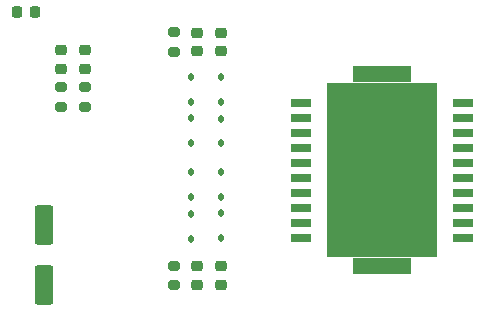
<source format=gbr>
%TF.GenerationSoftware,KiCad,Pcbnew,9.0.1*%
%TF.CreationDate,2025-04-11T16:34:43+02:00*%
%TF.ProjectId,Driver_CMS,44726976-6572-45f4-934d-532e6b696361,rev?*%
%TF.SameCoordinates,Original*%
%TF.FileFunction,Paste,Top*%
%TF.FilePolarity,Positive*%
%FSLAX46Y46*%
G04 Gerber Fmt 4.6, Leading zero omitted, Abs format (unit mm)*
G04 Created by KiCad (PCBNEW 9.0.1) date 2025-04-11 16:34:43*
%MOMM*%
%LPD*%
G01*
G04 APERTURE LIST*
G04 Aperture macros list*
%AMRoundRect*
0 Rectangle with rounded corners*
0 $1 Rounding radius*
0 $2 $3 $4 $5 $6 $7 $8 $9 X,Y pos of 4 corners*
0 Add a 4 corners polygon primitive as box body*
4,1,4,$2,$3,$4,$5,$6,$7,$8,$9,$2,$3,0*
0 Add four circle primitives for the rounded corners*
1,1,$1+$1,$2,$3*
1,1,$1+$1,$4,$5*
1,1,$1+$1,$6,$7*
1,1,$1+$1,$8,$9*
0 Add four rect primitives between the rounded corners*
20,1,$1+$1,$2,$3,$4,$5,0*
20,1,$1+$1,$4,$5,$6,$7,0*
20,1,$1+$1,$6,$7,$8,$9,0*
20,1,$1+$1,$8,$9,$2,$3,0*%
G04 Aperture macros list end*
%ADD10RoundRect,0.200000X-0.275000X0.200000X-0.275000X-0.200000X0.275000X-0.200000X0.275000X0.200000X0*%
%ADD11RoundRect,0.112500X-0.112500X0.187500X-0.112500X-0.187500X0.112500X-0.187500X0.112500X0.187500X0*%
%ADD12RoundRect,0.218750X0.256250X-0.218750X0.256250X0.218750X-0.256250X0.218750X-0.256250X-0.218750X0*%
%ADD13R,1.700000X0.700000*%
%ADD14R,5.000000X1.450000*%
%ADD15R,9.400000X14.800000*%
%ADD16RoundRect,0.218750X-0.256250X0.218750X-0.256250X-0.218750X0.256250X-0.218750X0.256250X0.218750X0*%
%ADD17RoundRect,0.250000X-0.550000X1.412500X-0.550000X-1.412500X0.550000X-1.412500X0.550000X1.412500X0*%
%ADD18RoundRect,0.225000X0.225000X0.250000X-0.225000X0.250000X-0.225000X-0.250000X0.225000X-0.250000X0*%
G04 APERTURE END LIST*
D10*
%TO.C,R5*%
X135720000Y-65817500D03*
X135720000Y-67467500D03*
%TD*%
D11*
%TO.C,D5*%
X139720000Y-57855000D03*
X139720000Y-59955000D03*
%TD*%
%TO.C,D4*%
X139720000Y-53355000D03*
X139720000Y-55455000D03*
%TD*%
D12*
%TO.C,D14*%
X128220000Y-49142500D03*
X128220000Y-47567500D03*
%TD*%
D13*
%TO.C,U2*%
X146500000Y-52000000D03*
X146500000Y-53270000D03*
X146500000Y-54540000D03*
X146500000Y-55810000D03*
X146500000Y-57080000D03*
X146500000Y-58350000D03*
X146500000Y-59620000D03*
X146500000Y-60890000D03*
X146500000Y-62160000D03*
X146500000Y-63430000D03*
X160200000Y-63430000D03*
X160200000Y-62160000D03*
X160200000Y-60890000D03*
X160200000Y-59620000D03*
X160200000Y-58350000D03*
X160200000Y-57080000D03*
X160200000Y-55810000D03*
X160200000Y-54540000D03*
X160200000Y-53270000D03*
X160200000Y-52000000D03*
D14*
X153350000Y-49590000D03*
D15*
X153350000Y-57715000D03*
D14*
X153350000Y-65840000D03*
%TD*%
D11*
%TO.C,D2*%
X137220000Y-53305000D03*
X137220000Y-55405000D03*
%TD*%
%TO.C,D3*%
X139720000Y-49805000D03*
X139720000Y-51905000D03*
%TD*%
D12*
%TO.C,D18*%
X137720000Y-47642500D03*
X137720000Y-46067500D03*
%TD*%
D11*
%TO.C,D7*%
X139720000Y-61355000D03*
X139720000Y-63455000D03*
%TD*%
D12*
%TO.C,D15*%
X137720000Y-67430000D03*
X137720000Y-65855000D03*
%TD*%
D10*
%TO.C,R4*%
X128220000Y-50705000D03*
X128220000Y-52355000D03*
%TD*%
D16*
%TO.C,D16*%
X139720000Y-65855000D03*
X139720000Y-67430000D03*
%TD*%
D11*
%TO.C,D8*%
X137220000Y-61405000D03*
X137220000Y-63505000D03*
%TD*%
%TO.C,D6*%
X137220000Y-57855000D03*
X137220000Y-59955000D03*
%TD*%
D17*
%TO.C,C2*%
X124720000Y-62355000D03*
X124720000Y-67430000D03*
%TD*%
D18*
%TO.C,C1*%
X123995000Y-44355000D03*
X122445000Y-44355000D03*
%TD*%
D11*
%TO.C,D1*%
X137220000Y-49805000D03*
X137220000Y-51905000D03*
%TD*%
D10*
%TO.C,R3*%
X126220000Y-50705000D03*
X126220000Y-52355000D03*
%TD*%
D16*
%TO.C,D17*%
X139720000Y-46067500D03*
X139720000Y-47642500D03*
%TD*%
D12*
%TO.C,D19*%
X126220000Y-49142500D03*
X126220000Y-47567500D03*
%TD*%
D10*
%TO.C,R6*%
X135720000Y-46030000D03*
X135720000Y-47680000D03*
%TD*%
M02*

</source>
